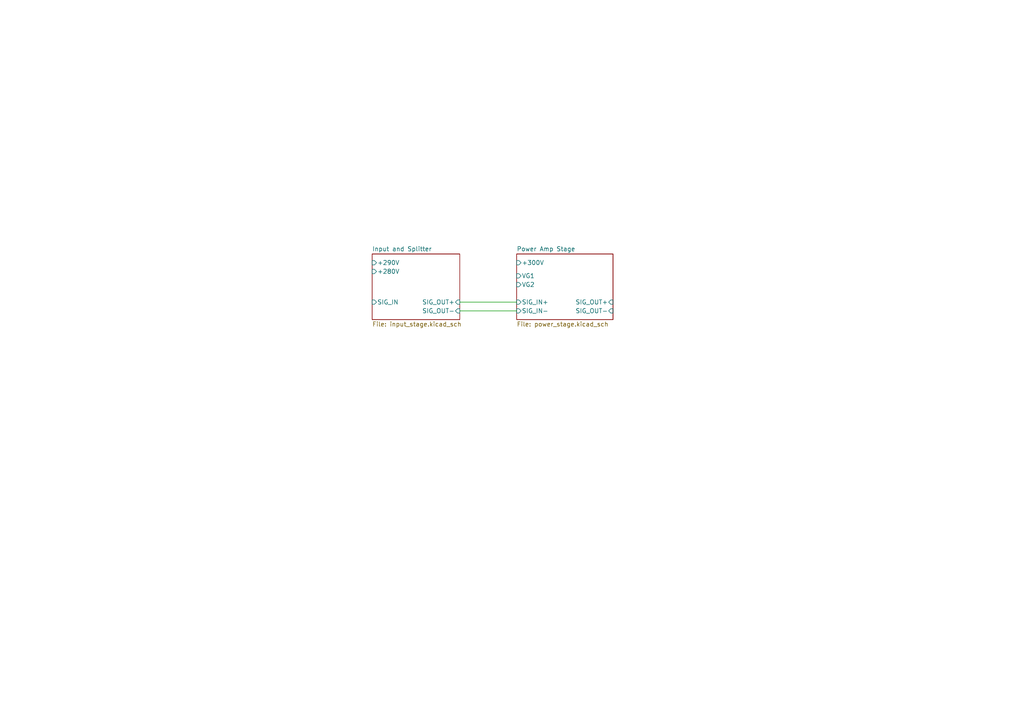
<source format=kicad_sch>
(kicad_sch
	(version 20231120)
	(generator "eeschema")
	(generator_version "8.0")
	(uuid "5bedcfc7-c39c-4373-8576-841e559f892a")
	(paper "A4")
	(title_block
		(title "Apollo - Tube Amp")
		(date "2024-10-24")
		(rev "A")
	)
	(lib_symbols)
	(wire
		(pts
			(xy 133.35 90.17) (xy 149.86 90.17)
		)
		(stroke
			(width 0)
			(type default)
		)
		(uuid "b9d6d19e-ef49-49ef-8d22-e1f8084e4e90")
	)
	(wire
		(pts
			(xy 133.35 87.63) (xy 149.86 87.63)
		)
		(stroke
			(width 0)
			(type default)
		)
		(uuid "e5dbdfbb-4105-40e0-8bd3-0dcbbd49653d")
	)
	(sheet
		(at 107.95 73.66)
		(size 25.4 19.05)
		(fields_autoplaced yes)
		(stroke
			(width 0.1524)
			(type solid)
		)
		(fill
			(color 0 0 0 0.0000)
		)
		(uuid "4e5bc555-14cc-45c5-91f0-c82a88ca26ce")
		(property "Sheetname" "Input and Splitter"
			(at 107.95 72.9484 0)
			(effects
				(font
					(size 1.27 1.27)
				)
				(justify left bottom)
			)
		)
		(property "Sheetfile" "input_stage.kicad_sch"
			(at 107.95 93.2946 0)
			(effects
				(font
					(size 1.27 1.27)
				)
				(justify left top)
			)
		)
		(pin "+290V" input
			(at 107.95 76.2 180)
			(effects
				(font
					(size 1.27 1.27)
				)
				(justify left)
			)
			(uuid "3a13eac1-b53f-4396-9467-639704df4757")
		)
		(pin "SIG_OUT+" input
			(at 133.35 87.63 0)
			(effects
				(font
					(size 1.27 1.27)
				)
				(justify right)
			)
			(uuid "a21242cc-e350-4ede-9bd7-b322939bdeda")
		)
		(pin "SIG_OUT-" input
			(at 133.35 90.17 0)
			(effects
				(font
					(size 1.27 1.27)
				)
				(justify right)
			)
			(uuid "3792be01-478a-419c-8a2a-7b211e42e059")
		)
		(pin "+280V" input
			(at 107.95 78.74 180)
			(effects
				(font
					(size 1.27 1.27)
				)
				(justify left)
			)
			(uuid "404c32ef-4339-43f5-bd9e-faf08fb32f75")
		)
		(pin "SIG_IN" input
			(at 107.95 87.63 180)
			(effects
				(font
					(size 1.27 1.27)
				)
				(justify left)
			)
			(uuid "e51d2fc4-0504-4331-87cb-6e534ec1e5e0")
		)
		(instances
			(project "Apollo"
				(path "/5bedcfc7-c39c-4373-8576-841e559f892a"
					(page "3")
				)
			)
		)
	)
	(sheet
		(at 149.86 73.66)
		(size 27.94 19.05)
		(fields_autoplaced yes)
		(stroke
			(width 0.1524)
			(type solid)
		)
		(fill
			(color 0 0 0 0.0000)
		)
		(uuid "546f52ff-289c-4468-9c4a-9550a5b986f5")
		(property "Sheetname" "Power Amp Stage"
			(at 149.86 72.9484 0)
			(effects
				(font
					(size 1.27 1.27)
				)
				(justify left bottom)
			)
		)
		(property "Sheetfile" "power_stage.kicad_sch"
			(at 149.86 93.2946 0)
			(effects
				(font
					(size 1.27 1.27)
				)
				(justify left top)
			)
		)
		(pin "SIG_IN+" input
			(at 149.86 87.63 180)
			(effects
				(font
					(size 1.27 1.27)
				)
				(justify left)
			)
			(uuid "ecd8cc10-3959-4eac-ade6-57da69d09138")
		)
		(pin "VG1" input
			(at 149.86 80.01 180)
			(effects
				(font
					(size 1.27 1.27)
				)
				(justify left)
			)
			(uuid "ed8135a9-86c2-4e22-b3d7-e98a35dd881c")
		)
		(pin "VG2" input
			(at 149.86 82.55 180)
			(effects
				(font
					(size 1.27 1.27)
				)
				(justify left)
			)
			(uuid "0fd9b514-58aa-4b26-b717-e2c113bf9fed")
		)
		(pin "SIG_IN-" input
			(at 149.86 90.17 180)
			(effects
				(font
					(size 1.27 1.27)
				)
				(justify left)
			)
			(uuid "fab33e2c-74d8-4e90-a4a8-c2c595480daa")
		)
		(pin "+300V" input
			(at 149.86 76.2 180)
			(effects
				(font
					(size 1.27 1.27)
				)
				(justify left)
			)
			(uuid "0a1ebb69-4d73-4090-ab84-708dfb85518c")
		)
		(pin "SIG_OUT+" input
			(at 177.8 87.63 0)
			(effects
				(font
					(size 1.27 1.27)
				)
				(justify right)
			)
			(uuid "e0c1fb24-b6a8-4761-9ff7-dce64e054381")
		)
		(pin "SIG_OUT-" input
			(at 177.8 90.17 0)
			(effects
				(font
					(size 1.27 1.27)
				)
				(justify right)
			)
			(uuid "f9ec4ebb-92e4-45ff-bab0-76ce17912291")
		)
		(instances
			(project "Apollo"
				(path "/5bedcfc7-c39c-4373-8576-841e559f892a"
					(page "2")
				)
			)
		)
	)
	(sheet_instances
		(path "/"
			(page "1")
		)
	)
)

</source>
